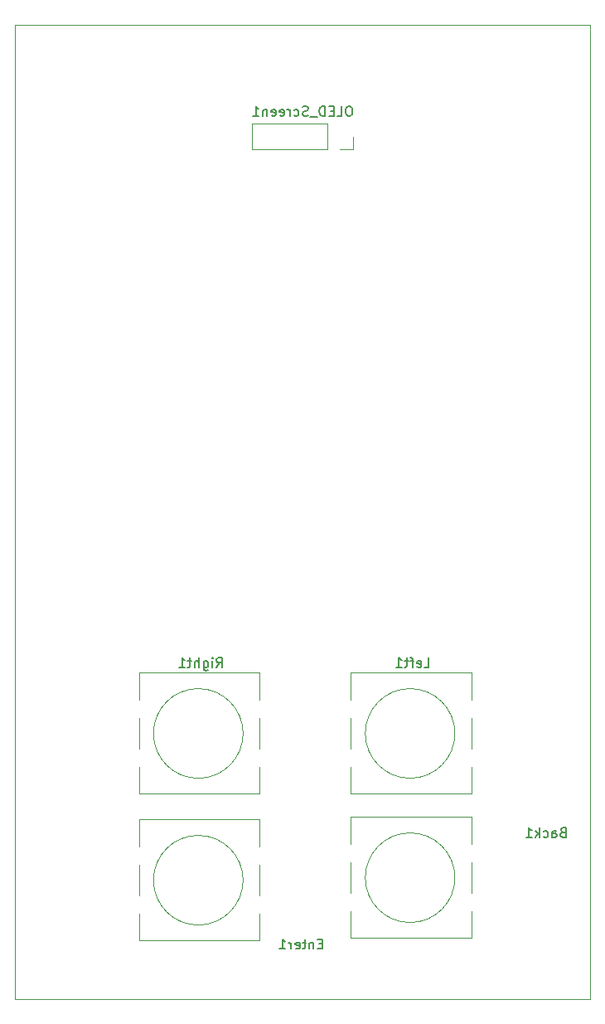
<source format=gbo>
%TF.GenerationSoftware,KiCad,Pcbnew,7.0.9*%
%TF.CreationDate,2023-11-17T12:10:22-05:00*%
%TF.ProjectId,TamagotchiPCB,54616d61-676f-4746-9368-695043422e6b,rev?*%
%TF.SameCoordinates,Original*%
%TF.FileFunction,Legend,Bot*%
%TF.FilePolarity,Positive*%
%FSLAX46Y46*%
G04 Gerber Fmt 4.6, Leading zero omitted, Abs format (unit mm)*
G04 Created by KiCad (PCBNEW 7.0.9) date 2023-11-17 12:10:22*
%MOMM*%
%LPD*%
G01*
G04 APERTURE LIST*
%ADD10C,0.150000*%
%ADD11C,0.120000*%
%TA.AperFunction,Profile*%
%ADD12C,0.100000*%
%TD*%
G04 APERTURE END LIST*
D10*
X180052667Y-107554819D02*
X180528857Y-107554819D01*
X180528857Y-107554819D02*
X180528857Y-106554819D01*
X179338381Y-107507200D02*
X179433619Y-107554819D01*
X179433619Y-107554819D02*
X179624095Y-107554819D01*
X179624095Y-107554819D02*
X179719333Y-107507200D01*
X179719333Y-107507200D02*
X179766952Y-107411961D01*
X179766952Y-107411961D02*
X179766952Y-107031009D01*
X179766952Y-107031009D02*
X179719333Y-106935771D01*
X179719333Y-106935771D02*
X179624095Y-106888152D01*
X179624095Y-106888152D02*
X179433619Y-106888152D01*
X179433619Y-106888152D02*
X179338381Y-106935771D01*
X179338381Y-106935771D02*
X179290762Y-107031009D01*
X179290762Y-107031009D02*
X179290762Y-107126247D01*
X179290762Y-107126247D02*
X179766952Y-107221485D01*
X179005047Y-106888152D02*
X178624095Y-106888152D01*
X178862190Y-107554819D02*
X178862190Y-106697676D01*
X178862190Y-106697676D02*
X178814571Y-106602438D01*
X178814571Y-106602438D02*
X178719333Y-106554819D01*
X178719333Y-106554819D02*
X178624095Y-106554819D01*
X178433618Y-106888152D02*
X178052666Y-106888152D01*
X178290761Y-106554819D02*
X178290761Y-107411961D01*
X178290761Y-107411961D02*
X178243142Y-107507200D01*
X178243142Y-107507200D02*
X178147904Y-107554819D01*
X178147904Y-107554819D02*
X178052666Y-107554819D01*
X177195523Y-107554819D02*
X177766951Y-107554819D01*
X177481237Y-107554819D02*
X177481237Y-106554819D01*
X177481237Y-106554819D02*
X177576475Y-106697676D01*
X177576475Y-106697676D02*
X177671713Y-106792914D01*
X177671713Y-106792914D02*
X177766951Y-106840533D01*
X194222476Y-124391009D02*
X194079619Y-124438628D01*
X194079619Y-124438628D02*
X194032000Y-124486247D01*
X194032000Y-124486247D02*
X193984381Y-124581485D01*
X193984381Y-124581485D02*
X193984381Y-124724342D01*
X193984381Y-124724342D02*
X194032000Y-124819580D01*
X194032000Y-124819580D02*
X194079619Y-124867200D01*
X194079619Y-124867200D02*
X194174857Y-124914819D01*
X194174857Y-124914819D02*
X194555809Y-124914819D01*
X194555809Y-124914819D02*
X194555809Y-123914819D01*
X194555809Y-123914819D02*
X194222476Y-123914819D01*
X194222476Y-123914819D02*
X194127238Y-123962438D01*
X194127238Y-123962438D02*
X194079619Y-124010057D01*
X194079619Y-124010057D02*
X194032000Y-124105295D01*
X194032000Y-124105295D02*
X194032000Y-124200533D01*
X194032000Y-124200533D02*
X194079619Y-124295771D01*
X194079619Y-124295771D02*
X194127238Y-124343390D01*
X194127238Y-124343390D02*
X194222476Y-124391009D01*
X194222476Y-124391009D02*
X194555809Y-124391009D01*
X193127238Y-124914819D02*
X193127238Y-124391009D01*
X193127238Y-124391009D02*
X193174857Y-124295771D01*
X193174857Y-124295771D02*
X193270095Y-124248152D01*
X193270095Y-124248152D02*
X193460571Y-124248152D01*
X193460571Y-124248152D02*
X193555809Y-124295771D01*
X193127238Y-124867200D02*
X193222476Y-124914819D01*
X193222476Y-124914819D02*
X193460571Y-124914819D01*
X193460571Y-124914819D02*
X193555809Y-124867200D01*
X193555809Y-124867200D02*
X193603428Y-124771961D01*
X193603428Y-124771961D02*
X193603428Y-124676723D01*
X193603428Y-124676723D02*
X193555809Y-124581485D01*
X193555809Y-124581485D02*
X193460571Y-124533866D01*
X193460571Y-124533866D02*
X193222476Y-124533866D01*
X193222476Y-124533866D02*
X193127238Y-124486247D01*
X192222476Y-124867200D02*
X192317714Y-124914819D01*
X192317714Y-124914819D02*
X192508190Y-124914819D01*
X192508190Y-124914819D02*
X192603428Y-124867200D01*
X192603428Y-124867200D02*
X192651047Y-124819580D01*
X192651047Y-124819580D02*
X192698666Y-124724342D01*
X192698666Y-124724342D02*
X192698666Y-124438628D01*
X192698666Y-124438628D02*
X192651047Y-124343390D01*
X192651047Y-124343390D02*
X192603428Y-124295771D01*
X192603428Y-124295771D02*
X192508190Y-124248152D01*
X192508190Y-124248152D02*
X192317714Y-124248152D01*
X192317714Y-124248152D02*
X192222476Y-124295771D01*
X191793904Y-124914819D02*
X191793904Y-123914819D01*
X191698666Y-124533866D02*
X191412952Y-124914819D01*
X191412952Y-124248152D02*
X191793904Y-124629104D01*
X190460571Y-124914819D02*
X191031999Y-124914819D01*
X190746285Y-124914819D02*
X190746285Y-123914819D01*
X190746285Y-123914819D02*
X190841523Y-124057676D01*
X190841523Y-124057676D02*
X190936761Y-124152914D01*
X190936761Y-124152914D02*
X191031999Y-124200533D01*
X158837238Y-107554819D02*
X159170571Y-107078628D01*
X159408666Y-107554819D02*
X159408666Y-106554819D01*
X159408666Y-106554819D02*
X159027714Y-106554819D01*
X159027714Y-106554819D02*
X158932476Y-106602438D01*
X158932476Y-106602438D02*
X158884857Y-106650057D01*
X158884857Y-106650057D02*
X158837238Y-106745295D01*
X158837238Y-106745295D02*
X158837238Y-106888152D01*
X158837238Y-106888152D02*
X158884857Y-106983390D01*
X158884857Y-106983390D02*
X158932476Y-107031009D01*
X158932476Y-107031009D02*
X159027714Y-107078628D01*
X159027714Y-107078628D02*
X159408666Y-107078628D01*
X158408666Y-107554819D02*
X158408666Y-106888152D01*
X158408666Y-106554819D02*
X158456285Y-106602438D01*
X158456285Y-106602438D02*
X158408666Y-106650057D01*
X158408666Y-106650057D02*
X158361047Y-106602438D01*
X158361047Y-106602438D02*
X158408666Y-106554819D01*
X158408666Y-106554819D02*
X158408666Y-106650057D01*
X157503905Y-106888152D02*
X157503905Y-107697676D01*
X157503905Y-107697676D02*
X157551524Y-107792914D01*
X157551524Y-107792914D02*
X157599143Y-107840533D01*
X157599143Y-107840533D02*
X157694381Y-107888152D01*
X157694381Y-107888152D02*
X157837238Y-107888152D01*
X157837238Y-107888152D02*
X157932476Y-107840533D01*
X157503905Y-107507200D02*
X157599143Y-107554819D01*
X157599143Y-107554819D02*
X157789619Y-107554819D01*
X157789619Y-107554819D02*
X157884857Y-107507200D01*
X157884857Y-107507200D02*
X157932476Y-107459580D01*
X157932476Y-107459580D02*
X157980095Y-107364342D01*
X157980095Y-107364342D02*
X157980095Y-107078628D01*
X157980095Y-107078628D02*
X157932476Y-106983390D01*
X157932476Y-106983390D02*
X157884857Y-106935771D01*
X157884857Y-106935771D02*
X157789619Y-106888152D01*
X157789619Y-106888152D02*
X157599143Y-106888152D01*
X157599143Y-106888152D02*
X157503905Y-106935771D01*
X157027714Y-107554819D02*
X157027714Y-106554819D01*
X156599143Y-107554819D02*
X156599143Y-107031009D01*
X156599143Y-107031009D02*
X156646762Y-106935771D01*
X156646762Y-106935771D02*
X156742000Y-106888152D01*
X156742000Y-106888152D02*
X156884857Y-106888152D01*
X156884857Y-106888152D02*
X156980095Y-106935771D01*
X156980095Y-106935771D02*
X157027714Y-106983390D01*
X156265809Y-106888152D02*
X155884857Y-106888152D01*
X156122952Y-106554819D02*
X156122952Y-107411961D01*
X156122952Y-107411961D02*
X156075333Y-107507200D01*
X156075333Y-107507200D02*
X155980095Y-107554819D01*
X155980095Y-107554819D02*
X155884857Y-107554819D01*
X155027714Y-107554819D02*
X155599142Y-107554819D01*
X155313428Y-107554819D02*
X155313428Y-106554819D01*
X155313428Y-106554819D02*
X155408666Y-106697676D01*
X155408666Y-106697676D02*
X155503904Y-106792914D01*
X155503904Y-106792914D02*
X155599142Y-106840533D01*
X172473333Y-50254819D02*
X172282857Y-50254819D01*
X172282857Y-50254819D02*
X172187619Y-50302438D01*
X172187619Y-50302438D02*
X172092381Y-50397676D01*
X172092381Y-50397676D02*
X172044762Y-50588152D01*
X172044762Y-50588152D02*
X172044762Y-50921485D01*
X172044762Y-50921485D02*
X172092381Y-51111961D01*
X172092381Y-51111961D02*
X172187619Y-51207200D01*
X172187619Y-51207200D02*
X172282857Y-51254819D01*
X172282857Y-51254819D02*
X172473333Y-51254819D01*
X172473333Y-51254819D02*
X172568571Y-51207200D01*
X172568571Y-51207200D02*
X172663809Y-51111961D01*
X172663809Y-51111961D02*
X172711428Y-50921485D01*
X172711428Y-50921485D02*
X172711428Y-50588152D01*
X172711428Y-50588152D02*
X172663809Y-50397676D01*
X172663809Y-50397676D02*
X172568571Y-50302438D01*
X172568571Y-50302438D02*
X172473333Y-50254819D01*
X171140000Y-51254819D02*
X171616190Y-51254819D01*
X171616190Y-51254819D02*
X171616190Y-50254819D01*
X170806666Y-50731009D02*
X170473333Y-50731009D01*
X170330476Y-51254819D02*
X170806666Y-51254819D01*
X170806666Y-51254819D02*
X170806666Y-50254819D01*
X170806666Y-50254819D02*
X170330476Y-50254819D01*
X169901904Y-51254819D02*
X169901904Y-50254819D01*
X169901904Y-50254819D02*
X169663809Y-50254819D01*
X169663809Y-50254819D02*
X169520952Y-50302438D01*
X169520952Y-50302438D02*
X169425714Y-50397676D01*
X169425714Y-50397676D02*
X169378095Y-50492914D01*
X169378095Y-50492914D02*
X169330476Y-50683390D01*
X169330476Y-50683390D02*
X169330476Y-50826247D01*
X169330476Y-50826247D02*
X169378095Y-51016723D01*
X169378095Y-51016723D02*
X169425714Y-51111961D01*
X169425714Y-51111961D02*
X169520952Y-51207200D01*
X169520952Y-51207200D02*
X169663809Y-51254819D01*
X169663809Y-51254819D02*
X169901904Y-51254819D01*
X169140000Y-51350057D02*
X168378095Y-51350057D01*
X168187618Y-51207200D02*
X168044761Y-51254819D01*
X168044761Y-51254819D02*
X167806666Y-51254819D01*
X167806666Y-51254819D02*
X167711428Y-51207200D01*
X167711428Y-51207200D02*
X167663809Y-51159580D01*
X167663809Y-51159580D02*
X167616190Y-51064342D01*
X167616190Y-51064342D02*
X167616190Y-50969104D01*
X167616190Y-50969104D02*
X167663809Y-50873866D01*
X167663809Y-50873866D02*
X167711428Y-50826247D01*
X167711428Y-50826247D02*
X167806666Y-50778628D01*
X167806666Y-50778628D02*
X167997142Y-50731009D01*
X167997142Y-50731009D02*
X168092380Y-50683390D01*
X168092380Y-50683390D02*
X168139999Y-50635771D01*
X168139999Y-50635771D02*
X168187618Y-50540533D01*
X168187618Y-50540533D02*
X168187618Y-50445295D01*
X168187618Y-50445295D02*
X168139999Y-50350057D01*
X168139999Y-50350057D02*
X168092380Y-50302438D01*
X168092380Y-50302438D02*
X167997142Y-50254819D01*
X167997142Y-50254819D02*
X167759047Y-50254819D01*
X167759047Y-50254819D02*
X167616190Y-50302438D01*
X166759047Y-51207200D02*
X166854285Y-51254819D01*
X166854285Y-51254819D02*
X167044761Y-51254819D01*
X167044761Y-51254819D02*
X167139999Y-51207200D01*
X167139999Y-51207200D02*
X167187618Y-51159580D01*
X167187618Y-51159580D02*
X167235237Y-51064342D01*
X167235237Y-51064342D02*
X167235237Y-50778628D01*
X167235237Y-50778628D02*
X167187618Y-50683390D01*
X167187618Y-50683390D02*
X167139999Y-50635771D01*
X167139999Y-50635771D02*
X167044761Y-50588152D01*
X167044761Y-50588152D02*
X166854285Y-50588152D01*
X166854285Y-50588152D02*
X166759047Y-50635771D01*
X166330475Y-51254819D02*
X166330475Y-50588152D01*
X166330475Y-50778628D02*
X166282856Y-50683390D01*
X166282856Y-50683390D02*
X166235237Y-50635771D01*
X166235237Y-50635771D02*
X166139999Y-50588152D01*
X166139999Y-50588152D02*
X166044761Y-50588152D01*
X165330475Y-51207200D02*
X165425713Y-51254819D01*
X165425713Y-51254819D02*
X165616189Y-51254819D01*
X165616189Y-51254819D02*
X165711427Y-51207200D01*
X165711427Y-51207200D02*
X165759046Y-51111961D01*
X165759046Y-51111961D02*
X165759046Y-50731009D01*
X165759046Y-50731009D02*
X165711427Y-50635771D01*
X165711427Y-50635771D02*
X165616189Y-50588152D01*
X165616189Y-50588152D02*
X165425713Y-50588152D01*
X165425713Y-50588152D02*
X165330475Y-50635771D01*
X165330475Y-50635771D02*
X165282856Y-50731009D01*
X165282856Y-50731009D02*
X165282856Y-50826247D01*
X165282856Y-50826247D02*
X165759046Y-50921485D01*
X164473332Y-51207200D02*
X164568570Y-51254819D01*
X164568570Y-51254819D02*
X164759046Y-51254819D01*
X164759046Y-51254819D02*
X164854284Y-51207200D01*
X164854284Y-51207200D02*
X164901903Y-51111961D01*
X164901903Y-51111961D02*
X164901903Y-50731009D01*
X164901903Y-50731009D02*
X164854284Y-50635771D01*
X164854284Y-50635771D02*
X164759046Y-50588152D01*
X164759046Y-50588152D02*
X164568570Y-50588152D01*
X164568570Y-50588152D02*
X164473332Y-50635771D01*
X164473332Y-50635771D02*
X164425713Y-50731009D01*
X164425713Y-50731009D02*
X164425713Y-50826247D01*
X164425713Y-50826247D02*
X164901903Y-50921485D01*
X163997141Y-50588152D02*
X163997141Y-51254819D01*
X163997141Y-50683390D02*
X163949522Y-50635771D01*
X163949522Y-50635771D02*
X163854284Y-50588152D01*
X163854284Y-50588152D02*
X163711427Y-50588152D01*
X163711427Y-50588152D02*
X163616189Y-50635771D01*
X163616189Y-50635771D02*
X163568570Y-50731009D01*
X163568570Y-50731009D02*
X163568570Y-51254819D01*
X162568570Y-51254819D02*
X163139998Y-51254819D01*
X162854284Y-51254819D02*
X162854284Y-50254819D01*
X162854284Y-50254819D02*
X162949522Y-50397676D01*
X162949522Y-50397676D02*
X163044760Y-50492914D01*
X163044760Y-50492914D02*
X163139998Y-50540533D01*
X169662666Y-135781009D02*
X169329333Y-135781009D01*
X169186476Y-136304819D02*
X169662666Y-136304819D01*
X169662666Y-136304819D02*
X169662666Y-135304819D01*
X169662666Y-135304819D02*
X169186476Y-135304819D01*
X168757904Y-135638152D02*
X168757904Y-136304819D01*
X168757904Y-135733390D02*
X168710285Y-135685771D01*
X168710285Y-135685771D02*
X168615047Y-135638152D01*
X168615047Y-135638152D02*
X168472190Y-135638152D01*
X168472190Y-135638152D02*
X168376952Y-135685771D01*
X168376952Y-135685771D02*
X168329333Y-135781009D01*
X168329333Y-135781009D02*
X168329333Y-136304819D01*
X167995999Y-135638152D02*
X167615047Y-135638152D01*
X167853142Y-135304819D02*
X167853142Y-136161961D01*
X167853142Y-136161961D02*
X167805523Y-136257200D01*
X167805523Y-136257200D02*
X167710285Y-136304819D01*
X167710285Y-136304819D02*
X167615047Y-136304819D01*
X166900761Y-136257200D02*
X166995999Y-136304819D01*
X166995999Y-136304819D02*
X167186475Y-136304819D01*
X167186475Y-136304819D02*
X167281713Y-136257200D01*
X167281713Y-136257200D02*
X167329332Y-136161961D01*
X167329332Y-136161961D02*
X167329332Y-135781009D01*
X167329332Y-135781009D02*
X167281713Y-135685771D01*
X167281713Y-135685771D02*
X167186475Y-135638152D01*
X167186475Y-135638152D02*
X166995999Y-135638152D01*
X166995999Y-135638152D02*
X166900761Y-135685771D01*
X166900761Y-135685771D02*
X166853142Y-135781009D01*
X166853142Y-135781009D02*
X166853142Y-135876247D01*
X166853142Y-135876247D02*
X167329332Y-135971485D01*
X166424570Y-136304819D02*
X166424570Y-135638152D01*
X166424570Y-135828628D02*
X166376951Y-135733390D01*
X166376951Y-135733390D02*
X166329332Y-135685771D01*
X166329332Y-135685771D02*
X166234094Y-135638152D01*
X166234094Y-135638152D02*
X166138856Y-135638152D01*
X165281713Y-136304819D02*
X165853141Y-136304819D01*
X165567427Y-136304819D02*
X165567427Y-135304819D01*
X165567427Y-135304819D02*
X165662665Y-135447676D01*
X165662665Y-135447676D02*
X165757903Y-135542914D01*
X165757903Y-135542914D02*
X165853141Y-135590533D01*
D11*
%TO.C,Left1*%
X184866000Y-120410000D02*
X184866000Y-117690000D01*
X184866000Y-115830000D02*
X184866000Y-112690000D01*
X184866000Y-110830000D02*
X184866000Y-108110000D01*
X184866000Y-108110000D02*
X172566000Y-108110000D01*
X172566000Y-120410000D02*
X184866000Y-120410000D01*
X172566000Y-117690000D02*
X172566000Y-120410000D01*
X172566000Y-112690000D02*
X172566000Y-115830000D01*
X172566000Y-108110000D02*
X172566000Y-110830000D01*
X183195050Y-114300000D02*
G75*
G03*
X183195050Y-114300000I-4579050J0D01*
G01*
%TO.C,Back1*%
X184866000Y-135142000D02*
X184866000Y-132422000D01*
X184866000Y-130562000D02*
X184866000Y-127422000D01*
X184866000Y-125562000D02*
X184866000Y-122842000D01*
X184866000Y-122842000D02*
X172566000Y-122842000D01*
X172566000Y-135142000D02*
X184866000Y-135142000D01*
X172566000Y-132422000D02*
X172566000Y-135142000D01*
X172566000Y-127422000D02*
X172566000Y-130562000D01*
X172566000Y-122842000D02*
X172566000Y-125562000D01*
X183195050Y-129032000D02*
G75*
G03*
X183195050Y-129032000I-4579050J0D01*
G01*
%TO.C,Right1*%
X163222000Y-120410000D02*
X163222000Y-117690000D01*
X163222000Y-115830000D02*
X163222000Y-112690000D01*
X163222000Y-110830000D02*
X163222000Y-108110000D01*
X163222000Y-108110000D02*
X150922000Y-108110000D01*
X150922000Y-120410000D02*
X163222000Y-120410000D01*
X150922000Y-117690000D02*
X150922000Y-120410000D01*
X150922000Y-112690000D02*
X150922000Y-115830000D01*
X150922000Y-108110000D02*
X150922000Y-110830000D01*
X161551050Y-114300000D02*
G75*
G03*
X161551050Y-114300000I-4579050J0D01*
G01*
%TO.C,OLED_Screen1*%
X162490000Y-54670000D02*
X162490000Y-52010000D01*
X170170000Y-54670000D02*
X162490000Y-54670000D01*
X170170000Y-54670000D02*
X170170000Y-52010000D01*
X171440000Y-54670000D02*
X172770000Y-54670000D01*
X172770000Y-54670000D02*
X172770000Y-53340000D01*
X170170000Y-52010000D02*
X162490000Y-52010000D01*
%TO.C,Enter1*%
X163222000Y-135396000D02*
X163222000Y-132676000D01*
X163222000Y-130816000D02*
X163222000Y-127676000D01*
X163222000Y-125816000D02*
X163222000Y-123096000D01*
X163222000Y-123096000D02*
X150922000Y-123096000D01*
X150922000Y-135396000D02*
X163222000Y-135396000D01*
X150922000Y-132676000D02*
X150922000Y-135396000D01*
X150922000Y-127676000D02*
X150922000Y-130816000D01*
X150922000Y-123096000D02*
X150922000Y-125816000D01*
X161551050Y-129286000D02*
G75*
G03*
X161551050Y-129286000I-4579050J0D01*
G01*
%TD*%
D12*
X138240000Y-41910000D02*
X197040000Y-41910000D01*
X197040000Y-141430000D01*
X138240000Y-141430000D01*
X138240000Y-41910000D01*
M02*

</source>
